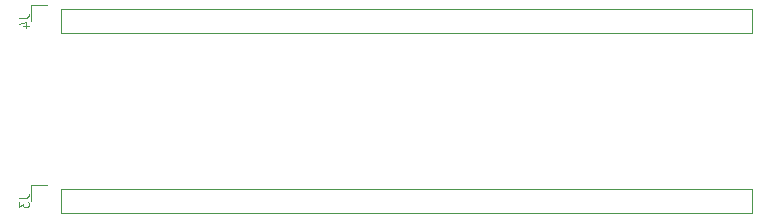
<source format=gbr>
%TF.GenerationSoftware,KiCad,Pcbnew,7.0.2*%
%TF.CreationDate,2023-07-04T13:12:25+09:00*%
%TF.ProjectId,TangNano9K5V,54616e67-4e61-46e6-9f39-4b35562e6b69,rev?*%
%TF.SameCoordinates,Original*%
%TF.FileFunction,Legend,Bot*%
%TF.FilePolarity,Positive*%
%FSLAX46Y46*%
G04 Gerber Fmt 4.6, Leading zero omitted, Abs format (unit mm)*
G04 Created by KiCad (PCBNEW 7.0.2) date 2023-07-04 13:12:25*
%MOMM*%
%LPD*%
G01*
G04 APERTURE LIST*
%ADD10C,0.100000*%
%ADD11C,0.120000*%
G04 APERTURE END LIST*
D10*
%TO.C,J4*%
X205095Y-6083333D02*
X776523Y-6083333D01*
X776523Y-6083333D02*
X890809Y-6045238D01*
X890809Y-6045238D02*
X967000Y-5969047D01*
X967000Y-5969047D02*
X1005095Y-5854762D01*
X1005095Y-5854762D02*
X1005095Y-5778571D01*
X471761Y-6807143D02*
X1005095Y-6807143D01*
X167000Y-6616667D02*
X738428Y-6426190D01*
X738428Y-6426190D02*
X738428Y-6921429D01*
%TO.C,J3*%
X205095Y-21323333D02*
X776523Y-21323333D01*
X776523Y-21323333D02*
X890809Y-21285238D01*
X890809Y-21285238D02*
X967000Y-21209047D01*
X967000Y-21209047D02*
X1005095Y-21094762D01*
X1005095Y-21094762D02*
X1005095Y-21018571D01*
X205095Y-21628095D02*
X205095Y-22123333D01*
X205095Y-22123333D02*
X509857Y-21856667D01*
X509857Y-21856667D02*
X509857Y-21970952D01*
X509857Y-21970952D02*
X547952Y-22047143D01*
X547952Y-22047143D02*
X586047Y-22085238D01*
X586047Y-22085238D02*
X662238Y-22123333D01*
X662238Y-22123333D02*
X852714Y-22123333D01*
X852714Y-22123333D02*
X928904Y-22085238D01*
X928904Y-22085238D02*
X967000Y-22047143D01*
X967000Y-22047143D02*
X1005095Y-21970952D01*
X1005095Y-21970952D02*
X1005095Y-21742381D01*
X1005095Y-21742381D02*
X967000Y-21666190D01*
X967000Y-21666190D02*
X928904Y-21628095D01*
D11*
%TO.C,J4*%
X2540000Y-5020000D02*
X1210000Y-5020000D01*
X1210000Y-5020000D02*
X1210000Y-6350000D01*
X62230000Y-5334000D02*
X62230000Y-7366000D01*
X3750000Y-5334000D02*
X62230000Y-5334000D01*
X3750000Y-5334000D02*
X3750000Y-7366000D01*
X3750000Y-7366000D02*
X62230000Y-7366000D01*
%TO.C,J3*%
X2540000Y-20260000D02*
X1210000Y-20260000D01*
X1210000Y-20260000D02*
X1210000Y-21590000D01*
X62230000Y-20574000D02*
X62230000Y-22606000D01*
X3750000Y-20574000D02*
X62230000Y-20574000D01*
X3750000Y-20574000D02*
X3750000Y-22606000D01*
X3750000Y-22606000D02*
X62230000Y-22606000D01*
%TD*%
M02*

</source>
